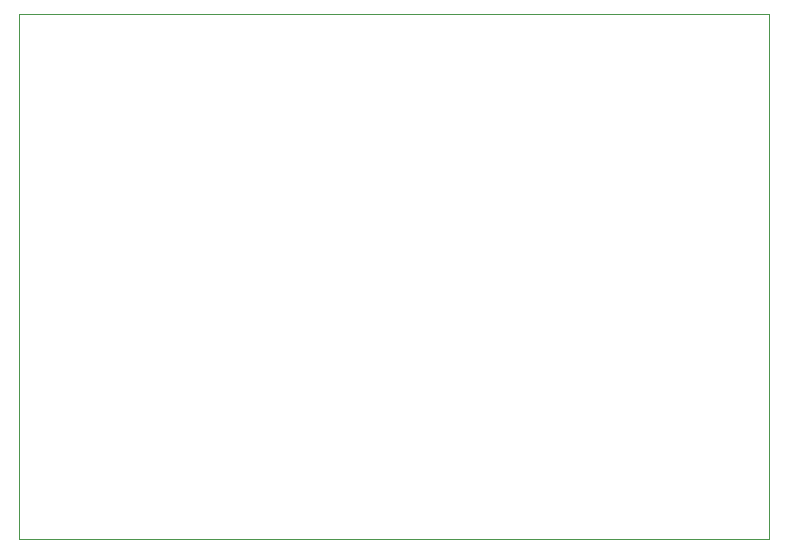
<source format=gbr>
%TF.GenerationSoftware,KiCad,Pcbnew,9.0.0-rc3*%
%TF.CreationDate,2025-02-21T17:02:01-08:00*%
%TF.ProjectId,LTC3556_v2.4,4c544333-3535-4365-9f76-322e342e6b69,rev?*%
%TF.SameCoordinates,Original*%
%TF.FileFunction,Profile,NP*%
%FSLAX46Y46*%
G04 Gerber Fmt 4.6, Leading zero omitted, Abs format (unit mm)*
G04 Created by KiCad (PCBNEW 9.0.0-rc3) date 2025-02-21 17:02:01*
%MOMM*%
%LPD*%
G01*
G04 APERTURE LIST*
%TA.AperFunction,Profile*%
%ADD10C,0.050000*%
%TD*%
G04 APERTURE END LIST*
D10*
X109095000Y-79420000D02*
X172595000Y-79420000D01*
X172595000Y-123870000D01*
X109095000Y-123870000D01*
X109095000Y-79420000D01*
M02*

</source>
